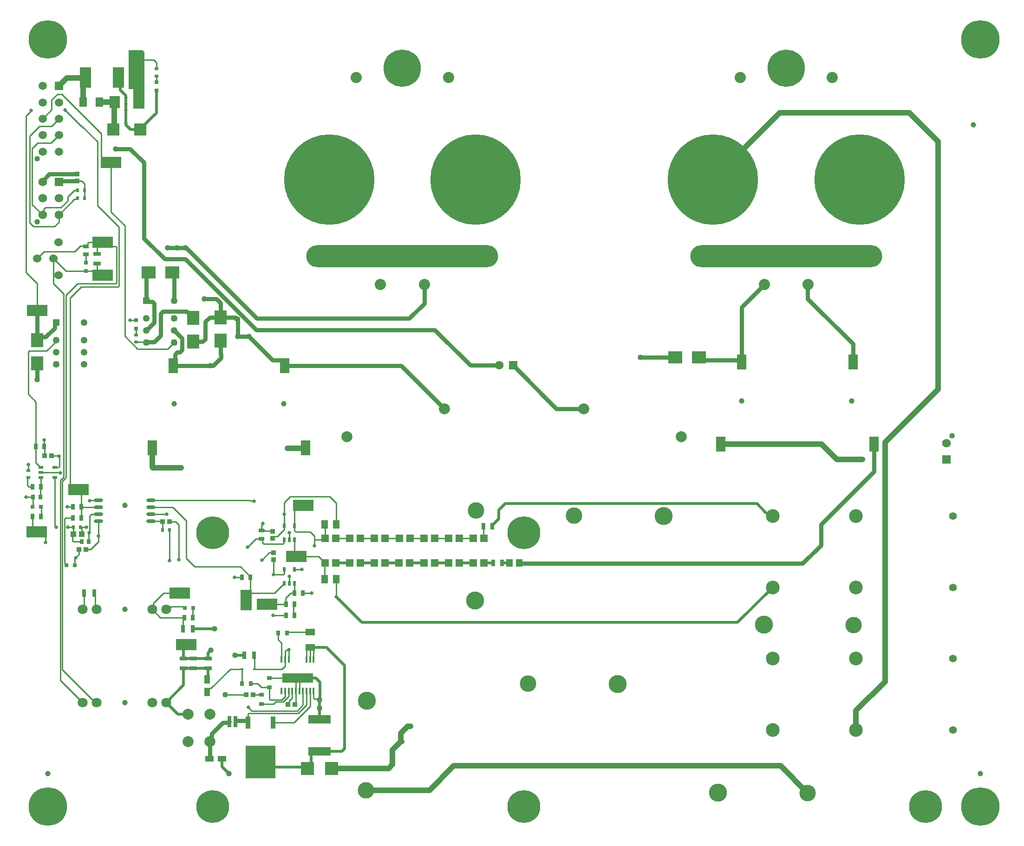
<source format=gbr>
%TF.GenerationSoftware,Altium Limited,Altium Designer,24.2.2 (26)*%
G04 Layer_Physical_Order=1*
G04 Layer_Color=255*
%FSLAX45Y45*%
%MOMM*%
%TF.SameCoordinates,E62911D3-7CC7-41A5-B2DD-A777233C8753*%
%TF.FilePolarity,Positive*%
%TF.FileFunction,Copper,L1,Top,Signal*%
%TF.Part,Single*%
G01*
G75*
%TA.AperFunction,SMDPad,CuDef*%
%ADD10R,0.76200X2.15900*%
%ADD11R,0.60960X0.35560*%
%ADD12R,1.80000X1.30560*%
%ADD13R,0.80000X1.00000*%
%ADD14R,3.80000X2.03000*%
%ADD15R,0.65872X0.81213*%
%ADD16R,1.10000X1.60000*%
%ADD17R,1.60000X1.10000*%
%ADD18R,0.90000X0.75000*%
%ADD19R,0.95000X0.95000*%
%ADD20R,4.15000X1.50000*%
G04:AMPARAMS|DCode=21|XSize=1.3mm|YSize=0.76mm|CornerRadius=0.095mm|HoleSize=0mm|Usage=FLASHONLY|Rotation=0.000|XOffset=0mm|YOffset=0mm|HoleType=Round|Shape=RoundedRectangle|*
%AMROUNDEDRECTD21*
21,1,1.30000,0.57000,0,0,0.0*
21,1,1.11000,0.76000,0,0,0.0*
1,1,0.19000,0.55500,-0.28500*
1,1,0.19000,-0.55500,-0.28500*
1,1,0.19000,-0.55500,0.28500*
1,1,0.19000,0.55500,0.28500*
%
%ADD21ROUNDEDRECTD21*%
%ADD22R,0.80000X1.25000*%
%ADD23R,1.35000X1.45000*%
%ADD24R,1.00000X0.80000*%
%ADD25R,2.03000X3.80000*%
%ADD26R,0.80000X0.80000*%
%ADD27R,2.16000X2.26000*%
%ADD28R,1.35574X1.80822*%
%ADD29R,0.95000X0.95000*%
%ADD30R,0.60000X0.80000*%
%ADD31R,2.30000X2.50000*%
%ADD32R,0.80000X0.80000*%
G04:AMPARAMS|DCode=33|XSize=1.3mm|YSize=0.76mm|CornerRadius=0.095mm|HoleSize=0mm|Usage=FLASHONLY|Rotation=270.000|XOffset=0mm|YOffset=0mm|HoleType=Round|Shape=RoundedRectangle|*
%AMROUNDEDRECTD33*
21,1,1.30000,0.57000,0,0,270.0*
21,1,1.11000,0.76000,0,0,270.0*
1,1,0.19000,-0.28500,-0.55500*
1,1,0.19000,-0.28500,0.55500*
1,1,0.19000,0.28500,0.55500*
1,1,0.19000,0.28500,-0.55500*
%
%ADD33ROUNDEDRECTD33*%
%ADD34R,5.46100X5.96900*%
%ADD35R,0.93980X2.20980*%
%ADD36R,5.68960X1.77800*%
%ADD37R,0.35560X1.30810*%
%ADD38R,0.75000X0.90000*%
%ADD39R,2.40005X2.40005*%
%ADD40R,1.80340X2.71780*%
G04:AMPARAMS|DCode=41|XSize=0.55mm|YSize=0.8mm|CornerRadius=0.0495mm|HoleSize=0mm|Usage=FLASHONLY|Rotation=90.000|XOffset=0mm|YOffset=0mm|HoleType=Round|Shape=RoundedRectangle|*
%AMROUNDEDRECTD41*
21,1,0.55000,0.70100,0,0,90.0*
21,1,0.45100,0.80000,0,0,90.0*
1,1,0.09900,0.35050,0.22550*
1,1,0.09900,0.35050,-0.22550*
1,1,0.09900,-0.35050,-0.22550*
1,1,0.09900,-0.35050,0.22550*
%
%ADD41ROUNDEDRECTD41*%
%ADD42R,0.70000X0.85000*%
%ADD43O,1.70000X0.60000*%
%ADD44R,2.50000X2.30000*%
%ADD45R,0.80000X0.60000*%
%ADD46R,1.05000X1.00000*%
%ADD47R,1.15000X1.45000*%
G04:AMPARAMS|DCode=48|XSize=0.55mm|YSize=0.8mm|CornerRadius=0.0495mm|HoleSize=0mm|Usage=FLASHONLY|Rotation=180.000|XOffset=0mm|YOffset=0mm|HoleType=Round|Shape=RoundedRectangle|*
%AMROUNDEDRECTD48*
21,1,0.55000,0.70100,0,0,180.0*
21,1,0.45100,0.80000,0,0,180.0*
1,1,0.09900,-0.22550,0.35050*
1,1,0.09900,0.22550,0.35050*
1,1,0.09900,0.22550,-0.35050*
1,1,0.09900,-0.22550,-0.35050*
%
%ADD48ROUNDEDRECTD48*%
%ADD49R,1.20000X1.50000*%
%ADD50R,1.87960X2.23520*%
%TA.AperFunction,FiducialPad,Global*%
%ADD51C,1.00000*%
%TA.AperFunction,Conductor*%
%ADD52C,0.25400*%
%ADD53C,0.50800*%
%ADD54C,1.01600*%
%ADD55C,0.76200*%
%TA.AperFunction,ComponentPad*%
%ADD56C,3.30000*%
%ADD57C,3.00000*%
%ADD58C,7.00000*%
%ADD59C,6.00000*%
%ADD60C,1.40000*%
%ADD61C,2.50000*%
%ADD62O,35.00000X4.00000*%
%ADD63C,2.03200*%
%ADD64C,6.80000*%
%ADD65C,16.50000*%
%ADD66C,1.52400*%
%TA.AperFunction,WasherPad*%
%ADD67C,1.00000*%
%TA.AperFunction,ComponentPad*%
%ADD68C,2.00000*%
%ADD69C,1.57000*%
%ADD70R,1.57000X1.57000*%
%ADD71C,1.80000*%
%ADD72R,1.25000X1.25000*%
%ADD73C,1.25000*%
%ADD74R,1.57000X1.57000*%
%ADD75C,1.02000*%
%ADD76C,1.52000*%
%ADD77R,1.52000X1.52000*%
%TA.AperFunction,ViaPad*%
%ADD78C,0.63500*%
%ADD79C,1.01600*%
G36*
X2260600Y14262100D02*
Y13233400D01*
X2057400D01*
Y13589000D01*
X1968500D01*
Y14300200D01*
X2222500D01*
X2260600Y14262100D01*
D02*
G37*
D10*
X3811900Y2050000D02*
D03*
X3916040D02*
D03*
D11*
X4267200Y3009900D02*
D03*
X4038600D02*
D03*
D12*
X5280210Y3683580D02*
D03*
Y3403020D02*
D03*
D13*
X4188600Y4686300D02*
D03*
X4038600D02*
D03*
X953700Y5968254D02*
D03*
X1103700D02*
D03*
X954900Y5765800D02*
D03*
X1104900D02*
D03*
X3135700Y3949700D02*
D03*
X2985700D02*
D03*
X280600Y7073900D02*
D03*
X430600D02*
D03*
X217100Y6337300D02*
D03*
X367100D02*
D03*
X217100Y5791200D02*
D03*
X367100D02*
D03*
X4839900Y3987800D02*
D03*
X4989900D02*
D03*
X4992300Y4394200D02*
D03*
X5142300D02*
D03*
X4989900Y4191000D02*
D03*
X4839900D02*
D03*
D14*
X300000Y9550000D02*
D03*
X1650000Y12250000D02*
D03*
X292100Y5511800D02*
D03*
X5156200Y5994400D02*
D03*
X5029200Y5067300D02*
D03*
X4495800Y4191000D02*
D03*
X1054100Y6286500D02*
D03*
X3022600Y3454400D02*
D03*
X2900000Y4400000D02*
D03*
X1500000Y10800000D02*
D03*
Y10200000D02*
D03*
D15*
X359771Y6146800D02*
D03*
X224429D02*
D03*
D16*
X3403600Y2590100D02*
D03*
Y2820100D02*
D03*
D17*
X3441000Y1375713D02*
D03*
X3671000D02*
D03*
D18*
X4394200Y2539900D02*
D03*
Y2374900D02*
D03*
X4533900Y2844800D02*
D03*
Y2679800D02*
D03*
D19*
X4877800Y2362200D02*
D03*
X5002800D02*
D03*
X2587500Y5700000D02*
D03*
X2712500D02*
D03*
X1192800Y5194300D02*
D03*
X1067800D02*
D03*
X4240800Y2540000D02*
D03*
X4115800D02*
D03*
X562500Y6900000D02*
D03*
X437500D02*
D03*
D20*
X5450000Y1510000D02*
D03*
Y2090000D02*
D03*
D21*
X2971800Y3022500D02*
D03*
Y3201500D02*
D03*
X3149600Y3022500D02*
D03*
Y3201500D02*
D03*
X3416300Y3022600D02*
D03*
Y3201600D02*
D03*
X1395000Y10410000D02*
D03*
Y10589000D02*
D03*
D22*
X8441700Y5613400D02*
D03*
X8601700D02*
D03*
X8780000Y4950000D02*
D03*
X8620000D02*
D03*
D23*
X8252500Y5400000D02*
D03*
X8447500D02*
D03*
X7802500D02*
D03*
X7997500D02*
D03*
X6002500D02*
D03*
X6197500D02*
D03*
Y4950000D02*
D03*
X6002500D02*
D03*
X6647500D02*
D03*
X6452500D02*
D03*
X7095000D02*
D03*
X6900000D02*
D03*
X7547500D02*
D03*
X7352500D02*
D03*
X7997500D02*
D03*
X7802500D02*
D03*
X8447500D02*
D03*
X8252500D02*
D03*
X7547500Y5400000D02*
D03*
X7352500D02*
D03*
X7097500Y5400000D02*
D03*
X6902500D02*
D03*
X6647500Y5400000D02*
D03*
X6452500D02*
D03*
X5747500Y4950000D02*
D03*
X5552500D02*
D03*
X5747500Y5400000D02*
D03*
X5552500D02*
D03*
D24*
X4394200Y5386000D02*
D03*
Y5536000D02*
D03*
X1195000Y10725000D02*
D03*
Y10575000D02*
D03*
D25*
X4114800Y4267200D02*
D03*
X1787300Y13805499D02*
D03*
X1187300D02*
D03*
X2087300D02*
D03*
D26*
X839400Y4902200D02*
D03*
X989400D02*
D03*
X2998400Y4127500D02*
D03*
X3148400D02*
D03*
X218300Y5969001D02*
D03*
X368300D02*
D03*
D27*
X1692300Y12855499D02*
D03*
X2182300D02*
D03*
D28*
X1139676Y13355499D02*
D03*
X1434924D02*
D03*
D29*
X1028700Y12038600D02*
D03*
Y11913600D02*
D03*
X4597400Y5398500D02*
D03*
Y5523500D02*
D03*
X4610100Y5004800D02*
D03*
Y5129800D02*
D03*
D30*
X1165000Y11750000D02*
D03*
X1035000D02*
D03*
X1165000Y11600000D02*
D03*
X1035000D02*
D03*
X962200Y5600700D02*
D03*
X1092200D02*
D03*
X2585000Y5550000D02*
D03*
X2715000D02*
D03*
D31*
X3650000Y9430000D02*
D03*
Y9000000D02*
D03*
X3150000Y8985000D02*
D03*
Y9415000D02*
D03*
X300000Y8585000D02*
D03*
Y9015000D02*
D03*
D32*
X1195000Y10275000D02*
D03*
Y10425000D02*
D03*
X2476500Y13714799D02*
D03*
Y13564799D02*
D03*
X2108200Y9371400D02*
D03*
Y9221400D02*
D03*
D33*
X1161000Y4400000D02*
D03*
X1340000D02*
D03*
X2961000Y3745000D02*
D03*
X3140000D02*
D03*
X4254500Y3263900D02*
D03*
X4075500D02*
D03*
D34*
X4372892Y1315438D02*
D03*
D35*
X4144292Y2034258D02*
D03*
X4601492D02*
D03*
D36*
X5050000Y2850000D02*
D03*
D37*
X5342500Y2606805D02*
D03*
X5277500D02*
D03*
X5212500D02*
D03*
X5147500D02*
D03*
X5082500D02*
D03*
X5017500D02*
D03*
X4952500D02*
D03*
X4887500D02*
D03*
X4822500D02*
D03*
X4757500D02*
D03*
X4757500Y3187195D02*
D03*
X4822500D02*
D03*
X4887500D02*
D03*
X5212500D02*
D03*
X5277500D02*
D03*
X5342500D02*
D03*
D38*
X4857700Y3670300D02*
D03*
X4692700D02*
D03*
X4197300Y2743200D02*
D03*
X4032300D02*
D03*
D39*
X5230011Y1200000D02*
D03*
X5669989D02*
D03*
D40*
X12763001Y7110700D02*
D03*
X15557001D02*
D03*
X15175002Y8609300D02*
D03*
X13145001D02*
D03*
X2785000Y8549300D02*
D03*
X4815000D02*
D03*
X5197000Y7050700D02*
D03*
X2403000D02*
D03*
D41*
X627500Y6695000D02*
D03*
Y6505000D02*
D03*
X372500D02*
D03*
Y6600000D02*
D03*
Y6695000D02*
D03*
D42*
X1118600Y5334000D02*
D03*
X1243600D02*
D03*
D43*
X1420000Y6090500D02*
D03*
Y5963500D02*
D03*
Y5836500D02*
D03*
Y5709500D02*
D03*
X2380000Y6090500D02*
D03*
Y5963500D02*
D03*
Y5836500D02*
D03*
Y5709500D02*
D03*
D44*
X12365000Y8700000D02*
D03*
X11935000D02*
D03*
X2765000Y10250000D02*
D03*
X2335000D02*
D03*
D45*
X139700Y6500900D02*
D03*
Y6630900D02*
D03*
X2108200Y8977400D02*
D03*
Y9107400D02*
D03*
X2476500Y13960300D02*
D03*
Y13830299D02*
D03*
D46*
X1116400Y5473700D02*
D03*
X966400D02*
D03*
D47*
X9087500Y4950000D02*
D03*
X8912500D02*
D03*
D48*
X4805000Y5372500D02*
D03*
X4900000D02*
D03*
X4995000D02*
D03*
Y5627500D02*
D03*
X4805000D02*
D03*
Y4576639D02*
D03*
X4900000D02*
D03*
X4995000D02*
D03*
Y4831639D02*
D03*
X4805000D02*
D03*
D49*
X5545000Y5650000D02*
D03*
X5755000D02*
D03*
X5545000Y4650000D02*
D03*
X5755000D02*
D03*
D50*
X2158280Y13355499D02*
D03*
X1716320D02*
D03*
D51*
X500000Y1100000D02*
D03*
X17373599Y12941299D02*
D03*
X17500000Y1100000D02*
D03*
D52*
X292100Y5511800D02*
X368400D01*
X457200Y5321300D02*
Y5423000D01*
X368400Y5511800D02*
X457200Y5423000D01*
X217100Y5586800D02*
X292100Y5511800D01*
X8441700Y5405800D02*
X8447500Y5400000D01*
X8441700Y5405800D02*
Y5613400D01*
X696321Y6900000D02*
X711200Y6885121D01*
X1116400Y5473700D02*
Y5600700D01*
X2159000Y14122400D02*
X2425700D01*
X2476500Y14071600D01*
Y13960300D02*
Y14071600D01*
X4419600Y5653890D02*
Y5664200D01*
X4394200Y5628490D02*
X4419600Y5653890D01*
X4394200Y5536000D02*
Y5628490D01*
X4406900Y5321300D02*
Y5373300D01*
X4394200Y5386000D02*
X4406900Y5373300D01*
Y5321300D02*
X4432300Y5295900D01*
X4785721D01*
X4800600Y5310779D01*
Y5368100D01*
X4805000Y5372500D01*
X4394200Y5536000D02*
X4416900Y5558700D01*
Y5561400D01*
X4593200Y5527700D02*
X4597400Y5523500D01*
X4450600Y5527700D02*
X4593200D01*
X4416900Y5561400D02*
X4450600Y5527700D01*
X4684000Y5433300D02*
X4805000Y5554300D01*
X4632200Y5433300D02*
X4684000D01*
X4597400Y5398500D02*
X4632200Y5433300D01*
X4805000Y5554300D02*
Y5627500D01*
Y5838550D02*
Y6049600D01*
X5342500Y2480700D02*
X5359400Y2463800D01*
X5342500Y2480700D02*
Y2606805D01*
X5359400Y2463800D02*
X5436200D01*
X5450000Y2450000D01*
X5461000Y2461000D01*
X812800Y13208000D02*
X1103695Y12917105D01*
X1116395D02*
X1400000Y12633500D01*
X1103695Y12917105D02*
X1116395D01*
X1227961Y10785121D02*
X1242840Y10800000D01*
X1206570Y10726570D02*
X1227961Y10747961D01*
Y10785121D01*
X1242840Y10800000D02*
X1483800D01*
X700000Y11164800D02*
Y11300000D01*
X232800Y11082900D02*
X618100D01*
X700000Y11164800D01*
Y11300000D02*
X981779Y11581779D01*
X4171949Y6090500D02*
X4184650Y6077799D01*
X4253651D02*
X4254500Y6076950D01*
X2380000Y6090500D02*
X4171949D01*
X4184650Y6077799D02*
X4253651D01*
X4900000Y5372500D02*
Y5500000D01*
X5359400Y5264150D02*
Y5372100D01*
X4140200Y5238750D02*
X4286250Y5384800D01*
X4393000D01*
X5353050Y5378450D02*
Y5441950D01*
Y5378450D02*
X5359400Y5372100D01*
X4393000Y5384800D02*
X4394200Y5386000D01*
X2717800Y4991100D02*
Y5547200D01*
X2715000Y5550000D02*
X2717800Y5547200D01*
X2900000Y4400000D02*
X2908300Y4408300D01*
X2609300Y4400000D02*
X2900000D01*
X2663400Y5832900D02*
X2667000Y5829300D01*
X2659800Y5836500D02*
X2663400Y5832900D01*
X2380000Y5836500D02*
X2659800D01*
X3022600Y5031379D02*
Y5715000D01*
X2774100Y5963500D02*
X3022600Y5715000D01*
X2380000Y5963500D02*
X2774100D01*
X3176489Y4877490D02*
X4007410D01*
X4188600Y4686300D02*
Y4696300D01*
X4007410Y4877490D02*
X4188600Y4696300D01*
X3022600Y5031379D02*
X3176489Y4877490D01*
X2882900Y5003800D02*
Y5638800D01*
Y5003800D02*
X2895600Y4991100D01*
X2821700Y5700000D02*
X2882900Y5638800D01*
X3898900Y4686300D02*
X4038600D01*
X4191000Y4399920D02*
Y4683900D01*
X4188600Y4686300D02*
X4191000Y4683900D01*
Y4399920D02*
X4628281D01*
X4805000Y4576639D01*
X4191000Y4343400D02*
Y4399920D01*
X5142300Y4394200D02*
X5308600D01*
X4832450Y4198450D02*
Y4299750D01*
X4926900Y4394200D01*
X4992300D01*
X4995000Y4396900D01*
Y4576639D01*
X5359400Y5372100D02*
X5524600D01*
X5283200Y5511800D02*
X5353050Y5441950D01*
X5524600Y5372100D02*
X5552500Y5400000D01*
X5123739Y4831639D02*
X5130800Y4838700D01*
X4995000Y4831639D02*
X5123739D01*
X4114800Y4267200D02*
X4191000Y4343400D01*
X4600532Y3987800D02*
X4839900D01*
X4400000Y5000000D02*
X4529800Y5129800D01*
X4610100D01*
X4900000Y4576639D02*
Y4700000D01*
X2712500Y5700000D02*
X2821700D01*
X4610100Y4737100D02*
X4788561D01*
X4610100D02*
Y5004800D01*
X4788561Y4737100D02*
X4805000Y4753539D01*
X4260850Y3014980D02*
X4265930Y3009900D01*
X4254500Y3263900D02*
X4260850Y3257550D01*
X4265930Y3009900D02*
X4267200D01*
X4260850Y3014980D02*
Y3257550D01*
X4857700Y3670300D02*
X4870980Y3683580D01*
X5280210D01*
X4692700Y3547075D02*
Y3670300D01*
Y3547075D02*
X4757500Y3482275D01*
Y3187195D02*
Y3482275D01*
X5277500Y3187195D02*
Y3396020D01*
X5265080Y3403020D02*
X5270500D01*
X5212500Y3350440D02*
X5265080Y3403020D01*
X5212500Y3187195D02*
Y3350440D01*
X5342500Y3187195D02*
Y3350440D01*
X5289920Y3403020D02*
X5342500Y3350440D01*
X5755000Y4332600D02*
Y4650000D01*
X5753100Y4330700D02*
X5755000Y4332600D01*
X4495800Y4191000D02*
X4825000D01*
X4839900D01*
X4267200Y3009900D02*
X4762500D01*
X4822500Y3069900D02*
Y3187195D01*
X4762500Y3009900D02*
X4822500Y3069900D01*
X5017500Y2817500D02*
X5044800Y2844800D01*
X5050000Y2850000D01*
X4533900Y2844800D02*
X5044800D01*
X4391526Y2679800D02*
X4521200D01*
X4328126Y2743200D02*
X4391526Y2679800D01*
X4533900Y2465979D02*
Y2679800D01*
Y2465979D02*
X4548779Y2451100D01*
X4762500D01*
X4197300Y2743200D02*
X4328126D01*
X4762500Y2451100D02*
X4822500Y2511100D01*
Y2606805D01*
X4888500Y3364500D02*
X4889500Y3365500D01*
X4882210Y3358210D02*
X4888500Y3364500D01*
X4822500Y3336600D02*
X4844110Y3358210D01*
X4882210D01*
X4822500Y3187195D02*
Y3336600D01*
X4888500Y3188195D02*
Y3364500D01*
X4887500Y3187195D02*
X4888500Y3188195D01*
X4214300Y2250000D02*
X5044000D01*
X4152900Y2311400D02*
X4214300Y2250000D01*
X4144292Y2034258D02*
Y2185121D01*
X4159171Y2200000D02*
X5057500D01*
X4144292Y2185121D02*
X4159171Y2200000D01*
X5057500D02*
X5212500Y2355000D01*
X3733800Y2540000D02*
X4115800D01*
X4032300Y2743200D02*
X4038600Y2749500D01*
Y2749600D01*
Y3009900D01*
X3403600Y2590100D02*
Y2615100D01*
X3445900Y2657400D02*
X3470900D01*
X3823400Y3009900D02*
X4038600D01*
X3403600Y2615100D02*
X3445900Y2657400D01*
X3470900D02*
X3823400Y3009900D01*
X4240900Y2539900D02*
X4394200D01*
X4240800Y2540000D02*
X4240900Y2539900D01*
X4394200Y2374900D02*
X4610100D01*
X4650740Y2415540D01*
X4786440D01*
X4887500Y2516600D01*
X4901021Y2432921D02*
X4952500Y2484400D01*
X4901021Y2385421D02*
Y2432921D01*
X4877800Y2362200D02*
X4901021Y2385421D01*
X4952500Y2484400D02*
Y2606805D01*
X5017500Y2376900D02*
Y2606805D01*
X5002800Y2362200D02*
X5017500Y2376900D01*
X5044000Y2250000D02*
X5147500Y2353500D01*
Y2606805D01*
X5212500Y2355000D02*
Y2606805D01*
X4887500Y2516600D02*
Y2606805D01*
X5277500Y2327500D02*
Y2606805D01*
X4984258Y2034258D02*
X5277500Y2327500D01*
X4601492Y2034258D02*
X4984258D01*
X5017500Y2606805D02*
Y2817500D01*
X5050000Y2850000D02*
X5082500Y2817500D01*
Y2606805D02*
Y2817500D01*
X2654000Y4100000D02*
X2695835D01*
X2745835Y4150000D01*
X2975900D02*
X2998400Y4127500D01*
X2745835Y4150000D02*
X2975900D01*
X5029200Y5067300D02*
X5435200D01*
X5552500Y4950000D01*
X4805000Y4753539D02*
Y4831639D01*
X4975000Y4002700D02*
Y4176100D01*
Y4002700D02*
X4989900Y3987800D01*
X4975000Y4176100D02*
X4989900Y4191000D01*
X3403600Y2820100D02*
X3416300Y2832800D01*
X2133271Y8850000D02*
X2684000D01*
X1900000Y9083271D02*
X2133271Y8850000D01*
X100000Y13100000D02*
X200000Y13200000D01*
X100000Y10244400D02*
Y13100000D01*
Y10244400D02*
X300000Y10044400D01*
Y9550000D02*
Y10044400D01*
X594940Y10047660D02*
X787400Y9855200D01*
X594940Y10047660D02*
Y10494940D01*
X600000Y10500000D01*
X2684000Y8850000D02*
X2804000Y8970000D01*
X1900000Y9083271D02*
Y11100000D01*
X1650000Y11350000D02*
Y12250000D01*
Y11350000D02*
X1900000Y11100000D01*
X567373Y13396330D02*
X671042Y13500000D01*
X750000D02*
X1472700Y12777300D01*
X671042Y13500000D02*
X750000D01*
X400000Y13050000D02*
X567373Y13217372D01*
Y13396330D01*
X1472700Y12338800D02*
X1561500Y12250000D01*
X1472700Y12338800D02*
Y12777300D01*
X1561500Y12250000D02*
X1650000D01*
X1400000Y11465100D02*
X1790700Y11074400D01*
X1400000Y11465100D02*
Y12633500D01*
X1995100Y9371400D02*
X2108200D01*
X1993900Y9372600D02*
X1995100Y9371400D01*
X1041400Y10045700D02*
X1737721D01*
X1752600Y10060579D01*
X1790700Y9997079D02*
Y11074400D01*
X1775821Y9982200D02*
X1790700Y9997079D01*
X1752600Y10060579D02*
Y10703921D01*
X1104900Y9982200D02*
X1775821D01*
X1483800Y10800000D02*
X1500000D01*
X1581200Y10718800D01*
X1737721D01*
X1752600Y10703921D01*
X217100Y5586800D02*
Y5791200D01*
X377779Y5801879D02*
Y5959521D01*
X367100Y5791200D02*
X377779Y5801879D01*
X368300Y5969001D02*
X377779Y5959521D01*
X224429Y5975131D02*
Y6146800D01*
X218300Y5969001D02*
X224429Y5975131D01*
X101600Y6146800D02*
X224429D01*
X368299Y5969001D02*
X368300Y5969001D01*
X1251087Y5493548D02*
X1259574Y5502035D01*
X1242600Y5485061D02*
X1251087Y5493548D01*
X127000Y6362700D02*
Y6488200D01*
Y6362700D02*
X152400Y6337300D01*
X217100D01*
X139700Y6630900D02*
Y6743700D01*
X127000Y6488200D02*
X139700Y6500900D01*
X376850Y6595650D02*
X719550D01*
X372500Y6600000D02*
X376850Y6595650D01*
X719550D02*
X723900Y6591300D01*
X359771Y6146800D02*
Y6329971D01*
X367100Y6337300D01*
X372500Y6342700D01*
Y6505000D01*
X627500Y5631210D02*
X647700Y5611010D01*
Y5600700D02*
Y5611010D01*
X627500Y5631210D02*
Y6505000D01*
X863600Y5600700D02*
X962200D01*
X814979Y5765800D02*
X954900D01*
X800100Y4941500D02*
Y5750921D01*
X814979Y5765800D01*
X800100Y4941500D02*
X839400Y4902200D01*
X825500Y6502400D02*
Y9829800D01*
X762000Y2999379D02*
Y6438900D01*
X825500Y6502400D01*
X723900Y2806100D02*
X1130000Y2400000D01*
X723900Y2806100D02*
Y6451600D01*
X787400Y6515100D01*
X762000Y2999379D02*
X1361379Y2400000D01*
X1384000D01*
X1260900Y6086900D02*
X1416400D01*
X1420000Y6090500D01*
X1257300Y6083300D02*
X1260900Y6086900D01*
X901700Y9779000D02*
X1104900Y9982200D01*
X901700Y6375300D02*
Y9779000D01*
Y6375300D02*
X990500Y6286500D01*
X1054100D01*
X850900Y5969000D02*
X851646Y5968254D01*
X953700D01*
X989400Y5017690D02*
X1003300Y5031590D01*
X989400Y4902200D02*
Y5017690D01*
X1003300Y5031590D02*
Y5041900D01*
X1067800Y5106400D01*
Y5194300D01*
X1296900Y5836500D02*
X1420000D01*
X1242600Y5335000D02*
X1243600Y5334000D01*
X1259574Y5799174D02*
X1296900Y5836500D01*
X1259574Y5502035D02*
Y5799174D01*
X1242600Y5335000D02*
Y5485061D01*
X944719Y5348879D02*
X959598Y5334000D01*
X944719Y5348879D02*
Y5452019D01*
X959598Y5334000D02*
X1118600D01*
X1104900Y5963500D02*
X1420000D01*
X1104900Y5765800D02*
Y5963500D01*
X1054100Y6286500D02*
X1103700Y6236900D01*
Y5968254D02*
Y6236900D01*
X1116400Y5600700D02*
X1201349D01*
X1092200D02*
X1116400D01*
X962200Y5477900D02*
Y5600700D01*
Y5477900D02*
X966400Y5473700D01*
X944719Y5452019D02*
X966400Y5473700D01*
X1201349Y5600700D02*
X1202424Y5599624D01*
X1192800Y5194300D02*
X1278400D01*
X1420000Y5335900D01*
Y5709500D01*
X825500Y9829800D02*
X1041400Y10045700D01*
X787400Y6515100D02*
Y9855200D01*
X1195000Y10425000D02*
Y10575000D01*
X1395000Y10711200D02*
X1483800Y10800000D01*
X1395000Y10589000D02*
Y10711200D01*
X1092200Y10731500D02*
X1188500D01*
X1195000Y10725000D01*
X429900Y10629900D02*
X990600D01*
X1092200Y10731500D01*
X300000Y10500000D02*
X429900Y10629900D01*
X825000Y10275000D02*
X1195000D01*
X1408801D02*
X1425000D01*
X1195000D02*
X1408801D01*
X1395000Y10288800D02*
X1408801Y10275000D01*
X600000Y10500000D02*
X825000Y10275000D01*
X1425000D02*
X1500000Y10200000D01*
X1395000Y10288800D02*
Y10410000D01*
X711200Y6709879D02*
Y6885121D01*
X696321Y6695000D02*
X711200Y6709879D01*
X627500Y6695000D02*
X696321D01*
X562500Y6900000D02*
X696321D01*
X646000Y8989900D02*
Y9010000D01*
X469900Y8813800D02*
X646000Y8989900D01*
X139700Y8798921D02*
X154579Y8813800D01*
X469900D01*
X139700Y8026600D02*
Y8798921D01*
Y8026600D02*
X280600Y7885700D01*
Y7073900D02*
Y7885700D01*
X280471Y6774529D02*
Y6905500D01*
Y6774529D02*
X360000Y6695000D01*
X280600Y6905629D02*
Y7073900D01*
X280471Y6905500D02*
X280600Y6905629D01*
X360000Y6695000D02*
X372500D01*
X430600Y7073900D02*
Y7187000D01*
X431800Y7188200D01*
X430600Y7073900D02*
X437500Y7067000D01*
Y6900000D02*
Y7067000D01*
X4995000Y5058500D02*
Y5372500D01*
X4961221Y5024721D02*
X4995000Y5058500D01*
X2585000Y5550000D02*
Y5697500D01*
X2587500Y5700000D01*
X2380000Y5709500D02*
X2578000D01*
X2587500Y5700000D01*
X4914900Y6159500D02*
X5638800D01*
X4805000Y5627500D02*
Y5838550D01*
Y6049600D02*
X4914900Y6159500D01*
X5755000Y5650000D02*
Y6043300D01*
X5638800Y6159500D02*
X5755000Y6043300D01*
X4995000Y5905600D02*
X5083800Y5994400D01*
X4995000Y5627500D02*
Y5905600D01*
X5083800Y5994400D02*
X5156200D01*
X2419830Y4210530D02*
X2609300Y4400000D01*
X2400000Y4100000D02*
X2419830Y4119830D01*
Y4210530D01*
X7997500Y5400000D02*
X8252500D01*
X7547500D02*
X7802500D01*
X7352500Y5400000D02*
X7352500Y5400000D01*
X7097500Y5400000D02*
X7352500D01*
X6647500Y5400000D02*
X6902500D01*
X6902500Y5400000D01*
X6197500Y5400000D02*
X6452500D01*
X5747500Y5400000D02*
X6002500D01*
X6002500Y5400000D01*
X5016500Y5511800D02*
X5283200D01*
X4995000Y5533300D02*
Y5627500D01*
Y5533300D02*
X5016500Y5511800D01*
X5545000Y5650000D02*
X5552500Y5642500D01*
Y5400000D02*
Y5642500D01*
X5545000Y4650000D02*
Y4942500D01*
X2961000Y3745000D02*
Y3925000D01*
X2985700Y3949700D01*
X3135700Y4114800D02*
X3148400Y4127500D01*
X3135700Y3949700D02*
Y4114800D01*
X2400000Y4100000D02*
X2550300Y3949700D01*
X2985700D01*
X1358900Y4125100D02*
Y4381100D01*
Y4125100D02*
X1384000Y4100000D01*
X1340000Y4400000D02*
X1358900Y4381100D01*
X1161000Y4159088D02*
Y4400000D01*
X2296000Y10211000D02*
X2335000Y10250000D01*
X2108200Y9107400D02*
Y9221400D01*
X2111900Y8973700D02*
X2292300D01*
X2296000Y8970000D01*
X2108200Y8977400D02*
X2111900Y8973700D01*
X2476500Y13714799D02*
Y13830299D01*
X736600Y11430000D02*
X861192Y11554592D01*
X457200Y11430000D02*
X736600D01*
X861192Y11554592D02*
Y11630792D01*
X212900Y12506500D02*
X314762Y12608362D01*
X212900Y11487100D02*
Y12506500D01*
X314762Y12608362D02*
X558362D01*
X165100Y12738100D02*
X342900Y12915900D01*
X565900D01*
X165100Y11150600D02*
Y12738100D01*
X212900Y11487100D02*
X400000Y11300000D01*
X558362Y12608362D02*
X700000Y12750000D01*
X165100Y11150600D02*
X232800Y11082900D01*
X565900Y12915900D02*
X700000Y13050000D01*
X1165000Y11750000D02*
Y11865200D01*
Y11600000D02*
Y11750000D01*
X1028700Y11913600D02*
X1029700Y11912600D01*
X1117600D01*
X1165000Y11865200D01*
X980400Y11750000D02*
X1035000D01*
X861192Y11630792D02*
X980400Y11750000D01*
X981779Y11581779D02*
X1017700D01*
X1035000Y11599079D02*
Y11600000D01*
X1017700Y11581779D02*
X1035000Y11599079D01*
X425180Y11325180D02*
Y11397980D01*
X400000Y11300000D02*
X425180Y11325180D01*
Y11397980D02*
X457200Y11430000D01*
D53*
X8716000Y5750200D02*
Y5909300D01*
X8601700Y5635900D02*
X8716000Y5750200D01*
X8601700Y5613400D02*
Y5635900D01*
X13656097Y5800000D02*
X13710001D01*
X13594569Y5861528D02*
X13656097Y5800000D01*
X13588588Y5861528D02*
X13594569D01*
X13422157Y6027958D02*
X13588588Y5861528D01*
X8834658Y6027958D02*
X13422157D01*
X8716000Y5909300D02*
X8834658Y6027958D01*
X2437192Y13115393D02*
X2476500Y13154700D01*
X2182300Y12860500D02*
X2437192Y13115393D01*
X1917700Y13442290D02*
Y13474699D01*
Y13321950D02*
Y13442290D01*
Y13208000D02*
Y13321950D01*
Y12977522D02*
Y13208000D01*
Y12941299D02*
Y12977522D01*
X1981360Y12877640D02*
X2003500Y12855499D01*
X1917700Y12941299D02*
X1981360Y12877640D01*
X5450000Y2300000D02*
Y2450000D01*
Y2090000D02*
Y2300000D01*
X5461000Y2461000D02*
Y2768600D01*
X5050000Y2850000D02*
X5379600D01*
X5461000Y2768600D01*
X5747500Y4950000D02*
X6002500D01*
X6197500D02*
X6452500D01*
X6647500D02*
X6900000D01*
X7095000D02*
X7352500D01*
X7547500D02*
X7802500D01*
X7997500D02*
X8252500D01*
X8447500D02*
X8620000D01*
X8780000D02*
X8912500D01*
X6223000Y3860800D02*
X13070799D01*
X5753100Y4330700D02*
X6223000Y3860800D01*
X13070799D02*
X13710001Y4500000D01*
X5905500Y1557642D02*
Y3073400D01*
X5857858Y1510000D02*
X5905500Y1557642D01*
X5349600Y1510000D02*
X5857858D01*
X5575880Y3403020D02*
X5905500Y3073400D01*
X2971850Y3201550D02*
X3416250D01*
X2971800Y3201500D02*
Y3403600D01*
X3022600Y3454400D01*
X3541800Y3745000D02*
X3543300Y3746500D01*
X3140000Y3745000D02*
X3541800D01*
X3416250Y3201550D02*
X3416300Y3201600D01*
X2971800Y3201500D02*
X2971850Y3201550D01*
X3416300Y3201600D02*
Y3302000D01*
X3467100Y3352800D01*
X3911600Y3263900D02*
X4075500D01*
X5280210Y3403020D02*
X5283710Y3399520D01*
X5287210Y3403020D02*
X5575880D01*
X5283710Y3399520D02*
X5287210Y3403020D01*
X5300000Y1293689D02*
Y1460400D01*
X5230011Y1223700D02*
X5300000Y1293689D01*
Y1460400D02*
X5349600Y1510000D01*
X3671000Y1229000D02*
X3800000Y1100000D01*
X3671000Y1229000D02*
Y1375713D01*
X4464630Y1223700D02*
X5206311D01*
X4372892Y1315438D02*
X4464630Y1223700D01*
X3416300Y2832800D02*
Y3022600D01*
X3416250Y3022550D02*
X3416300Y3022600D01*
X3149650Y3022550D02*
X3416250D01*
X3149600Y3022500D02*
X3149650Y3022550D01*
X2971800Y3022500D02*
X3149600D01*
X2971800Y2717800D02*
Y3022500D01*
X2654000Y2400000D02*
X2971800Y2717800D01*
X2869600Y2184400D02*
X3054400D01*
X2654000Y2400000D02*
X2869600Y2184400D01*
X2003500Y12855499D02*
X2182300D01*
X2476500Y13154700D02*
Y13564799D01*
X2182300Y12855499D02*
Y12860500D01*
X1813921Y13578479D02*
X1917700Y13474699D01*
X1813921Y13578479D02*
Y13778879D01*
X1787300Y13805499D02*
X1813921Y13778879D01*
D54*
X15760699Y2781300D02*
Y7150100D01*
X15230000Y2250600D02*
X15760699Y2781300D01*
X15230000Y1900000D02*
Y2250600D01*
X7061200Y1968500D02*
X7112000D01*
X6934200Y1841500D02*
X7061200Y1968500D01*
X6934200Y1701800D02*
Y1841500D01*
X6781800Y1536700D02*
X6934200Y1689100D01*
X6781800Y1270000D02*
Y1536700D01*
X6934200Y1689100D02*
X6946900D01*
X6934200Y1701800D02*
X6946900Y1689100D01*
X6711800Y1200000D02*
X6781800Y1270000D01*
X4864100Y7035800D02*
X5182100D01*
X5197000Y7050700D01*
X6300000Y800000D02*
X7454800D01*
X7899400Y1244600D01*
X13855400D01*
X14350000Y750000D01*
X7587400Y11912600D02*
Y12090820D01*
X2768600Y6680200D02*
X2927676D01*
X2413000D02*
X2768600D01*
X15062199Y6832600D02*
X15214600D01*
X15217000Y6835000D02*
X15348935D01*
X15214600Y6832600D02*
X15217000Y6835000D01*
X14884399Y6832600D02*
X15062199D01*
X14606300Y7110700D02*
X14884399Y6832600D01*
X12763001Y7110700D02*
X14606300D01*
X2403000Y6690200D02*
X2413000Y6680200D01*
X2403000Y6690200D02*
Y7050700D01*
X5669989Y1200000D02*
X6711800D01*
X15760699Y7150100D02*
X16725900Y8115300D01*
Y12636500D01*
X16205200Y13157201D02*
X16725900Y12636500D01*
X13842200Y13157201D02*
X16205200D01*
X12625000Y11940000D02*
X13842200Y13157201D01*
X700000Y13650000D02*
X842200Y13792200D01*
X1152976Y13805499D02*
X1187300D01*
X1139676Y13792200D02*
X1152976Y13805499D01*
X842200Y13792200D02*
X1139676D01*
Y13355499D02*
Y13792200D01*
X1704310Y12867509D02*
Y13343491D01*
X1716320Y13355499D01*
X1692300Y12855499D02*
X1704310Y12867509D01*
X1434924Y13355499D02*
X1716320D01*
D55*
X3001401Y10693400D02*
X3022600D01*
X2851150D02*
X3001401D01*
X2679700D02*
X2851150D01*
X3962400Y9080500D02*
Y9410700D01*
X3460938Y8549300D02*
X3507400D01*
X2785000D02*
X3460938D01*
X14592300Y5270500D02*
Y5651500D01*
X15557001Y6616201D02*
Y7110700D01*
X14592300Y5651500D02*
X15557001Y6616201D01*
X3478088Y1708088D02*
Y1786077D01*
X3482948Y1790937D02*
Y1832948D01*
X3687336Y2037336D02*
X3799235D01*
X3482948Y1832948D02*
X3687336Y2037336D01*
X3478088Y1786077D02*
X3482948Y1790937D01*
X3454400Y1684400D02*
X3478088Y1708088D01*
X3799235Y2037336D02*
X3811900Y2050000D01*
X3454400Y1389113D02*
Y1684400D01*
X3441000Y1375713D02*
X3454400Y1389113D01*
X4144292Y2034258D02*
Y2059658D01*
X3942396Y2068548D02*
X4135402D01*
X4144292Y2059658D01*
X2628900Y10490200D02*
X3005031D01*
X4295231Y9200000D01*
X7550000D01*
X2250000Y10869100D02*
X2628900Y10490200D01*
X3940287Y9404387D02*
X3947160D01*
X2250000Y10869100D02*
Y12250000D01*
X3921274Y9423400D02*
X3940287Y9404387D01*
X3656600Y9423400D02*
X3921274D01*
X3955527Y9410700D02*
X3962400D01*
X3650000Y9430000D02*
X3656600Y9423400D01*
X3352800Y9766300D02*
X3568700D01*
X3650000Y9430000D02*
Y9685000D01*
X3568700Y9766300D02*
X3650000Y9685000D01*
X3022600Y10693400D02*
X4305300Y9410700D01*
X7086600D01*
X4599010Y8647090D02*
X4762930D01*
X4165600Y9080500D02*
X4599010Y8647090D01*
X3962400Y9080500D02*
X4165600D01*
X4762930Y8647090D02*
X4815000Y8595020D01*
X7086600Y9410700D02*
X7360000Y9684100D01*
Y10030000D01*
X300000Y8295534D02*
Y8585000D01*
X2305337Y8979337D02*
X2438837D01*
X2552700Y9093200D02*
Y9495363D01*
X2438837Y8979337D02*
X2552700Y9093200D01*
X2296000Y8970000D02*
X2305337Y8979337D01*
X4815000Y8549300D02*
Y8595020D01*
X3320863Y8985000D02*
X3365500Y9029637D01*
Y9347200D01*
X3448300Y9430000D02*
X3650000D01*
X3150000Y8985000D02*
X3320863D01*
X3365500Y9347200D02*
X3448300Y9430000D01*
X11300000Y8700000D02*
X11935000D01*
X1731015Y12500000D02*
X2000000D01*
X2250000Y12250000D01*
X2597337Y9540000D02*
X3025000D01*
X8200000Y8550000D02*
X8723000D01*
X7550000Y9200000D02*
X8200000Y8550000D01*
X6938700Y8549300D02*
X7730000Y7758000D01*
X4815000Y8549300D02*
X6938700D01*
X300000Y9015000D02*
Y9550000D01*
X2310500Y9715500D02*
X2400300D01*
X2296000Y9190000D02*
X2438400Y9332400D01*
X2400300Y9715500D02*
X2438400Y9677400D01*
Y9332400D02*
Y9677400D01*
X2296000Y9730000D02*
X2310500Y9715500D01*
X9102500Y4935000D02*
X14256799D01*
X9087500Y4950000D02*
X9102500Y4935000D01*
X14256799D02*
X14592300Y5270500D01*
X1130000Y4100000D02*
Y4128088D01*
X1192800Y5194300D02*
X1202300Y5203800D01*
X9769000Y7758000D02*
X10270000D01*
X8977000Y8550000D02*
X9769000Y7758000D01*
X12365000Y8700000D02*
X12417070Y8647930D01*
X13145001D01*
Y9615001D01*
Y8609300D02*
Y8647930D01*
Y9615001D02*
X13560001Y10030000D01*
X14350999Y9766300D02*
Y10021000D01*
X14360001Y10030000D01*
X15176500Y8851900D02*
Y8940800D01*
X14350999Y9766300D02*
X15176500Y8940800D01*
X15175002Y8850401D02*
X15176500Y8851900D01*
X15175002Y8609300D02*
Y8850401D01*
X2785000Y8549300D02*
X2815680Y8579980D01*
X2851337Y8788400D02*
X2901763D01*
X2815680Y8579980D02*
Y8752743D01*
X2851337Y8788400D01*
X2901763D02*
X2946400Y8833037D01*
X2804000Y9190000D02*
X2946400Y9047600D01*
Y8833037D02*
Y9047600D01*
X3150000Y9415000D02*
Y9425000D01*
X2552700Y9495363D02*
X2597337Y9540000D01*
X3063100Y9501900D02*
X3073100D01*
X3025000Y9540000D02*
X3063100Y9501900D01*
X3073100D02*
X3150000Y9425000D01*
X2296000Y9730000D02*
Y10211000D01*
X2765000Y10250000D02*
X2804000Y10211000D01*
Y9730000D02*
Y10211000D01*
X622300Y9306300D02*
X646000Y9330000D01*
X622300Y9232900D02*
Y9306300D01*
X457200Y9067800D02*
X622300Y9232900D01*
X352800Y9067800D02*
X457200D01*
X300000Y9015000D02*
X352800Y9067800D01*
X3651437Y8693337D02*
Y8759263D01*
X3507400Y8549300D02*
X3651437Y8693337D01*
X3650000Y8760700D02*
Y9000000D01*
Y8760700D02*
X3651437Y8759263D01*
X700000Y11900000D02*
X713600Y11913600D01*
X1028700D01*
X400000Y11900000D02*
Y11918900D01*
X519700Y12038600D02*
X1028700D01*
X400000Y11918900D02*
X519700Y12038600D01*
D56*
X11721500Y5803300D02*
D03*
X13551500Y3823300D02*
D03*
X12715000Y760000D02*
D03*
X10885000Y2740000D02*
D03*
X6310000Y2435000D02*
D03*
X8290000Y4265000D02*
D03*
D57*
X10086500Y5813300D02*
D03*
X15186501Y3813300D02*
D03*
X14350000Y750000D02*
D03*
X9250000Y2750000D02*
D03*
X6300000Y800000D02*
D03*
X8300000Y5900000D02*
D03*
D58*
X17500000Y14500000D02*
D03*
X500000D02*
D03*
Y500000D02*
D03*
X17500000D02*
D03*
D59*
X3500000D02*
D03*
X9175000Y5500000D02*
D03*
Y500000D02*
D03*
X3500000Y5500000D02*
D03*
X16500000Y500000D02*
D03*
D60*
X17000000Y5800000D02*
D03*
Y1900000D02*
D03*
Y3200000D02*
D03*
Y4500000D02*
D03*
D61*
X15230000Y5800000D02*
D03*
X13710001D02*
D03*
X15230000Y1900000D02*
D03*
X13710001D02*
D03*
Y3200000D02*
D03*
X15230000D02*
D03*
Y4500000D02*
D03*
X13710001D02*
D03*
D62*
X6960000Y10540000D02*
D03*
X13960001D02*
D03*
D63*
X7800000Y13800000D02*
D03*
X6120000D02*
D03*
X7360000Y10030000D02*
D03*
X6560000D02*
D03*
X13560001D02*
D03*
X14360001D02*
D03*
X13120000Y13800000D02*
D03*
X14800000D02*
D03*
D64*
X6960000Y13972000D02*
D03*
X13960001D02*
D03*
D65*
X8295000Y11940000D02*
D03*
X5625000D02*
D03*
X12625000D02*
D03*
X15295000D02*
D03*
D66*
X694000Y10799999D02*
D03*
Y10200000D02*
D03*
X600000Y10500000D02*
D03*
X300000D02*
D03*
D67*
X1900000Y2400000D02*
D03*
Y4100000D02*
D03*
Y6000000D02*
D03*
X2800000Y7850000D02*
D03*
X4800000D02*
D03*
X13150000Y7900000D02*
D03*
X15150000D02*
D03*
D68*
X3054400Y2184400D02*
D03*
X3454400D02*
D03*
X3054400Y1684400D02*
D03*
X3454400D02*
D03*
X5952000Y7250000D02*
D03*
X7730000Y7758000D02*
D03*
X10270000D02*
D03*
X12048000Y7250000D02*
D03*
D69*
X8723000Y8550000D02*
D03*
X16881000Y7135000D02*
D03*
X400000Y11300000D02*
D03*
Y11600000D02*
D03*
Y11900000D02*
D03*
X700000Y11300000D02*
D03*
Y11600000D02*
D03*
D70*
X8977000Y8550000D02*
D03*
D71*
X2654000Y2400000D02*
D03*
X2400000D02*
D03*
X1384000D02*
D03*
X1130000D02*
D03*
X2654000Y4100000D02*
D03*
X2400000D02*
D03*
X1384000D02*
D03*
X1130000D02*
D03*
D72*
X2296000Y9730000D02*
D03*
X646000Y9330000D02*
D03*
D73*
X2804000Y9730000D02*
D03*
X2296000Y9410000D02*
D03*
Y9190000D02*
D03*
Y8970000D02*
D03*
X2804000D02*
D03*
Y9190000D02*
D03*
Y9410000D02*
D03*
X1154000Y9010000D02*
D03*
Y8790000D02*
D03*
Y8570000D02*
D03*
X646000D02*
D03*
Y8790000D02*
D03*
Y9010000D02*
D03*
X1154000Y9330000D02*
D03*
D74*
X16881000Y6835000D02*
D03*
X700000Y11900000D02*
D03*
D75*
X16978999Y7263000D02*
D03*
X302000Y11172000D02*
D03*
X302000Y12322000D02*
D03*
D76*
X400000Y12450000D02*
D03*
Y12750000D02*
D03*
Y13050000D02*
D03*
Y13350000D02*
D03*
Y13650000D02*
D03*
X700000Y12450000D02*
D03*
Y12750000D02*
D03*
Y13050000D02*
D03*
Y13350000D02*
D03*
D77*
Y13650000D02*
D03*
D78*
X457200Y5321300D02*
D03*
X2032000Y14122400D02*
D03*
X2159000D02*
D03*
X4419600Y5664200D02*
D03*
X812800Y13208000D02*
D03*
X1420000Y5440899D02*
D03*
X4805000Y5838550D02*
D03*
X4254500Y6076950D02*
D03*
X4900000Y5500000D02*
D03*
X5359400Y5264150D02*
D03*
X4140200Y5238750D02*
D03*
X2717800Y4991100D02*
D03*
X2663400Y5832900D02*
D03*
X3898900Y4686300D02*
D03*
X5308600Y4394200D02*
D03*
X5127300Y4832649D02*
D03*
X4600532Y3987800D02*
D03*
X4400000Y5000000D02*
D03*
X4900000Y4700000D02*
D03*
X2882900Y5003800D02*
D03*
X4610100Y4737100D02*
D03*
X5753100Y4330700D02*
D03*
X4889500Y3365500D02*
D03*
X4152900Y2311400D02*
D03*
X1981360Y12877640D02*
D03*
X1917700Y12977522D02*
D03*
X189134Y13199448D02*
D03*
X1993900Y9372600D02*
D03*
X101600Y6146800D02*
D03*
X1251087Y5493548D02*
D03*
X139700Y6743700D02*
D03*
X723900Y6591300D02*
D03*
X647700Y5600700D02*
D03*
X863600D02*
D03*
X1257300Y6083300D02*
D03*
X850150Y5969750D02*
D03*
X1003300Y5041900D02*
D03*
X1202424Y5599624D02*
D03*
X1917700Y13442290D02*
D03*
Y13321950D02*
D03*
Y13208000D02*
D03*
X2437192Y13115393D02*
D03*
X2159000Y14249400D02*
D03*
X2032000D02*
D03*
X703761Y6892561D02*
D03*
X430600Y7187000D02*
D03*
D79*
X7112000Y1968500D02*
D03*
X6946900Y1689100D02*
D03*
X6781800Y1536700D02*
D03*
X4864100Y7035800D02*
D03*
X3460938Y8549300D02*
D03*
X2927676Y6680200D02*
D03*
X15348935Y6835000D02*
D03*
X15062199Y6832600D02*
D03*
X15214600D02*
D03*
X2768600Y6680200D02*
D03*
X6934200Y1841500D02*
D03*
X3538654Y3741264D02*
D03*
X3467100Y3352800D02*
D03*
X3911600Y3263900D02*
D03*
X3733800Y2540000D02*
D03*
X5450000Y2450000D02*
D03*
Y2300000D02*
D03*
X3800000Y1100000D02*
D03*
X3001401Y10693400D02*
D03*
X2851150D02*
D03*
X2679700D02*
D03*
X3947160Y9404387D02*
D03*
X4165600Y9080500D02*
D03*
X3962400D02*
D03*
X3352800Y9766300D02*
D03*
X300000Y8295534D02*
D03*
X11300000Y8700000D02*
D03*
X1731015Y12500000D02*
D03*
%TF.MD5,afbb21a6b7099b65f290d5ccb699da2d*%
M02*

</source>
